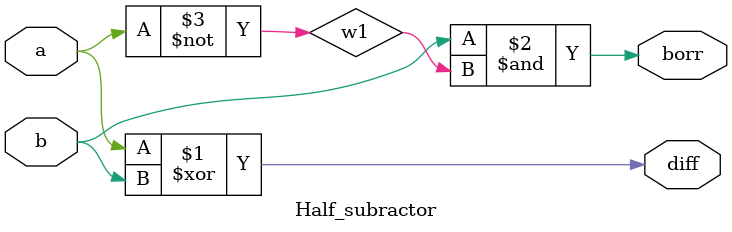
<source format=v>
`timescale 1ns / 1ps

module Half_subractor(
    input a,b,
    output diff,borr
    );
    wire w1;
    //Gate level modelling
    not n1(w1,a);
    xor g1(diff,a,b);
    and g2(borr,b,w1);
    
    /* Data Flow modelling
    assign diff = a ^ b ;
    assign borr = (!a) & b ;
    */
endmodule

</source>
